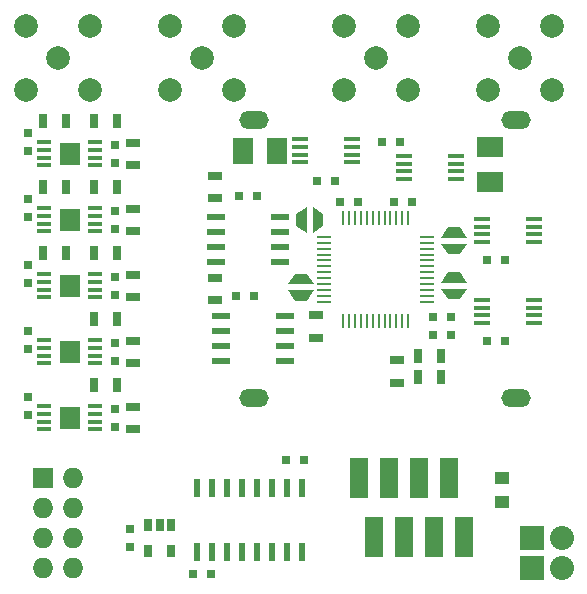
<source format=gts>
G04 #@! TF.FileFunction,Soldermask,Top*
%FSLAX46Y46*%
G04 Gerber Fmt 4.6, Leading zero omitted, Abs format (unit mm)*
G04 Created by KiCad (PCBNEW 4.0.0-2.201512091501+6195~38~ubuntu14.04.1-stable) date Wed 16 Dec 2015 17:24:57 GMT*
%MOMM*%
G01*
G04 APERTURE LIST*
%ADD10C,0.100000*%
%ADD11R,1.500000X3.500000*%
%ADD12R,1.250000X1.000000*%
%ADD13R,0.700000X1.300000*%
%ADD14R,1.300000X0.700000*%
%ADD15R,0.250000X1.300000*%
%ADD16R,1.300000X0.250000*%
%ADD17R,1.450000X0.450000*%
%ADD18R,1.550000X0.600000*%
%ADD19R,0.650000X1.060000*%
%ADD20R,0.600000X1.500000*%
%ADD21R,0.800000X0.750000*%
%ADD22R,0.750000X0.800000*%
%ADD23R,2.230000X1.800000*%
%ADD24R,1.800000X2.230000*%
%ADD25R,2.032000X2.032000*%
%ADD26O,2.032000X2.032000*%
%ADD27R,1.727200X1.727200*%
%ADD28O,1.727200X1.727200*%
%ADD29O,2.500000X1.500000*%
%ADD30C,1.998980*%
%ADD31R,1.170000X0.406400*%
%ADD32R,1.680000X1.880000*%
G04 APERTURE END LIST*
D10*
D11*
X130683000Y-140248000D03*
X131953000Y-145248000D03*
X133223000Y-140248000D03*
X134493000Y-145248000D03*
X135763000Y-140248000D03*
X137033000Y-145248000D03*
X138303000Y-140248000D03*
X139573000Y-145248000D03*
D12*
X142748000Y-140224000D03*
X142748000Y-142224000D03*
D13*
X135702000Y-129921000D03*
X137602000Y-129921000D03*
D14*
X127000000Y-126431000D03*
X127000000Y-128331000D03*
X133858000Y-130241000D03*
X133858000Y-132141000D03*
D13*
X135702000Y-131699000D03*
X137602000Y-131699000D03*
X105852000Y-121158000D03*
X103952000Y-121158000D03*
X105852000Y-115570000D03*
X103952000Y-115570000D03*
D14*
X111506000Y-124902000D03*
X111506000Y-123002000D03*
D13*
X110170000Y-121158000D03*
X108270000Y-121158000D03*
D14*
X111506000Y-130490000D03*
X111506000Y-128590000D03*
D13*
X110170000Y-126746000D03*
X108270000Y-126746000D03*
D14*
X111506000Y-119314000D03*
X111506000Y-117414000D03*
D13*
X110170000Y-115570000D03*
X108270000Y-115570000D03*
X105852000Y-109982000D03*
X103952000Y-109982000D03*
D14*
X111506000Y-113726000D03*
X111506000Y-111826000D03*
D13*
X110170000Y-109982000D03*
X108270000Y-109982000D03*
D14*
X111506000Y-136078000D03*
X111506000Y-134178000D03*
D13*
X110170000Y-132334000D03*
X108270000Y-132334000D03*
D15*
X129330000Y-126905000D03*
X129830000Y-126905000D03*
X130330000Y-126905000D03*
X130830000Y-126905000D03*
X131330000Y-126905000D03*
X131830000Y-126905000D03*
X132330000Y-126905000D03*
X132830000Y-126905000D03*
X133330000Y-126905000D03*
X133830000Y-126905000D03*
X134330000Y-126905000D03*
X134830000Y-126905000D03*
D16*
X136430000Y-125305000D03*
X136430000Y-124805000D03*
X136430000Y-124305000D03*
X136430000Y-123805000D03*
X136430000Y-123305000D03*
X136430000Y-122805000D03*
X136430000Y-122305000D03*
X136430000Y-121805000D03*
X136430000Y-121305000D03*
X136430000Y-120805000D03*
X136430000Y-120305000D03*
X136430000Y-119805000D03*
D15*
X134830000Y-118205000D03*
X134330000Y-118205000D03*
X133830000Y-118205000D03*
X133330000Y-118205000D03*
X132830000Y-118205000D03*
X132330000Y-118205000D03*
X131830000Y-118205000D03*
X131330000Y-118205000D03*
X130830000Y-118205000D03*
X130330000Y-118205000D03*
X129830000Y-118205000D03*
X129330000Y-118205000D03*
D16*
X127730000Y-119805000D03*
X127730000Y-120305000D03*
X127730000Y-120805000D03*
X127730000Y-121305000D03*
X127730000Y-121805000D03*
X127730000Y-122305000D03*
X127730000Y-122805000D03*
X127730000Y-123305000D03*
X127730000Y-123805000D03*
X127730000Y-124305000D03*
X127730000Y-124805000D03*
X127730000Y-125305000D03*
D17*
X141056000Y-125136000D03*
X141056000Y-125786000D03*
X141056000Y-126436000D03*
X141056000Y-127086000D03*
X145456000Y-127086000D03*
X145456000Y-126436000D03*
X145456000Y-125786000D03*
X145456000Y-125136000D03*
X141056000Y-118278000D03*
X141056000Y-118928000D03*
X141056000Y-119578000D03*
X141056000Y-120228000D03*
X145456000Y-120228000D03*
X145456000Y-119578000D03*
X145456000Y-118928000D03*
X145456000Y-118278000D03*
D18*
X124366000Y-130302000D03*
X124366000Y-129032000D03*
X124366000Y-127762000D03*
X124366000Y-126492000D03*
X118966000Y-126492000D03*
X118966000Y-127762000D03*
X118966000Y-129032000D03*
X118966000Y-130302000D03*
X123985000Y-121920000D03*
X123985000Y-120650000D03*
X123985000Y-119380000D03*
X123985000Y-118110000D03*
X118585000Y-118110000D03*
X118585000Y-119380000D03*
X118585000Y-120650000D03*
X118585000Y-121920000D03*
D19*
X114742000Y-144188000D03*
X113792000Y-144188000D03*
X112842000Y-144188000D03*
X112842000Y-146388000D03*
X114742000Y-146388000D03*
D20*
X116967000Y-146464000D03*
X118237000Y-146464000D03*
X119507000Y-146464000D03*
X120777000Y-146464000D03*
X122047000Y-146464000D03*
X123317000Y-146464000D03*
X124587000Y-146464000D03*
X125857000Y-146464000D03*
X125857000Y-141064000D03*
X124587000Y-141064000D03*
X123317000Y-141064000D03*
X122047000Y-141064000D03*
X120777000Y-141064000D03*
X119507000Y-141064000D03*
X118237000Y-141064000D03*
X116967000Y-141064000D03*
D21*
X129094800Y-116840000D03*
X130594800Y-116840000D03*
X135116000Y-116840000D03*
X133616000Y-116840000D03*
D22*
X138430000Y-126631000D03*
X138430000Y-128131000D03*
X136906000Y-126631000D03*
X136906000Y-128131000D03*
D21*
X142990000Y-128651000D03*
X141490000Y-128651000D03*
X142990000Y-121793000D03*
X141490000Y-121793000D03*
X120281000Y-124841000D03*
X121781000Y-124841000D03*
X120535000Y-116332000D03*
X122035000Y-116332000D03*
D23*
X141732000Y-112205000D03*
X141732000Y-115125000D03*
D24*
X120841000Y-112522000D03*
X123761000Y-112522000D03*
D21*
X134100000Y-111760000D03*
X132600000Y-111760000D03*
X128639000Y-115062000D03*
X127139000Y-115062000D03*
D22*
X102616000Y-123686000D03*
X102616000Y-122186000D03*
X102616000Y-129274000D03*
X102616000Y-127774000D03*
X102616000Y-118098000D03*
X102616000Y-116598000D03*
X109982000Y-124702000D03*
X109982000Y-123202000D03*
X109982000Y-130290000D03*
X109982000Y-128790000D03*
X109982000Y-119114000D03*
X109982000Y-117614000D03*
X102616000Y-112510000D03*
X102616000Y-111010000D03*
X102616000Y-134862000D03*
X102616000Y-133362000D03*
X109982000Y-113526000D03*
X109982000Y-112026000D03*
X109982000Y-135878000D03*
X109982000Y-134378000D03*
D21*
X124472000Y-138684000D03*
X125972000Y-138684000D03*
D10*
G36*
X126742000Y-117264000D02*
X127642000Y-117864000D01*
X127642000Y-118864000D01*
X126742000Y-119464000D01*
X126742000Y-117264000D01*
X126742000Y-117264000D01*
G37*
G36*
X126242000Y-119464000D02*
X125342000Y-118864000D01*
X125342000Y-117864000D01*
X126242000Y-117264000D01*
X126242000Y-119464000D01*
X126242000Y-119464000D01*
G37*
G36*
X124630000Y-123829000D02*
X125230000Y-122929000D01*
X126230000Y-122929000D01*
X126830000Y-123829000D01*
X124630000Y-123829000D01*
X124630000Y-123829000D01*
G37*
G36*
X126830000Y-124329000D02*
X126230000Y-125229000D01*
X125230000Y-125229000D01*
X124630000Y-124329000D01*
X126830000Y-124329000D01*
X126830000Y-124329000D01*
G37*
G36*
X139784000Y-120392000D02*
X139184000Y-121292000D01*
X138184000Y-121292000D01*
X137584000Y-120392000D01*
X139784000Y-120392000D01*
X139784000Y-120392000D01*
G37*
G36*
X137584000Y-119892000D02*
X138184000Y-118992000D01*
X139184000Y-118992000D01*
X139784000Y-119892000D01*
X137584000Y-119892000D01*
X137584000Y-119892000D01*
G37*
G36*
X137584000Y-123702000D02*
X138184000Y-122802000D01*
X139184000Y-122802000D01*
X139784000Y-123702000D01*
X137584000Y-123702000D01*
X137584000Y-123702000D01*
G37*
G36*
X139784000Y-124202000D02*
X139184000Y-125102000D01*
X138184000Y-125102000D01*
X137584000Y-124202000D01*
X139784000Y-124202000D01*
X139784000Y-124202000D01*
G37*
D17*
X125689000Y-111547000D03*
X125689000Y-112197000D03*
X125689000Y-112847000D03*
X125689000Y-113497000D03*
X130089000Y-113497000D03*
X130089000Y-112847000D03*
X130089000Y-112197000D03*
X130089000Y-111547000D03*
X138852000Y-114894000D03*
X138852000Y-114244000D03*
X138852000Y-113594000D03*
X138852000Y-112944000D03*
X134452000Y-112944000D03*
X134452000Y-113594000D03*
X134452000Y-114244000D03*
X134452000Y-114894000D03*
D25*
X145288000Y-147828000D03*
D26*
X147828000Y-147828000D03*
D25*
X145288000Y-145288000D03*
D26*
X147828000Y-145288000D03*
D27*
X103886000Y-140208000D03*
D28*
X106426000Y-140208000D03*
X103886000Y-142748000D03*
X106426000Y-142748000D03*
X103886000Y-145288000D03*
X106426000Y-145288000D03*
X103886000Y-147828000D03*
X106426000Y-147828000D03*
D29*
X121742000Y-133416000D03*
X143942000Y-109916000D03*
D30*
X144272000Y-104648000D03*
X146972020Y-101947980D03*
X141571980Y-101947980D03*
X141571980Y-107348020D03*
X146972020Y-107348020D03*
X117348000Y-104648000D03*
X120048020Y-101947980D03*
X114647980Y-101947980D03*
X114647980Y-107348020D03*
X120048020Y-107348020D03*
X105156000Y-104648000D03*
X107856020Y-101947980D03*
X102455980Y-101947980D03*
X102455980Y-107348020D03*
X107856020Y-107348020D03*
X132080000Y-104648000D03*
X134780020Y-101947980D03*
X129379980Y-101947980D03*
X129379980Y-107348020D03*
X134780020Y-107348020D03*
D29*
X143942000Y-133416000D03*
X121742000Y-109916000D03*
D22*
X111252000Y-146038000D03*
X111252000Y-144538000D03*
D21*
X116598000Y-148336000D03*
X118098000Y-148336000D03*
D31*
X108344500Y-136105900D03*
X108344500Y-135458200D03*
X108344500Y-134797800D03*
X108344500Y-134150100D03*
X103999500Y-134150100D03*
X103999500Y-134797800D03*
X103999500Y-135458200D03*
X103999500Y-136105900D03*
D32*
X106172000Y-135128000D03*
D31*
X108344500Y-113753900D03*
X108344500Y-113106200D03*
X108344500Y-112445800D03*
X108344500Y-111798100D03*
X103999500Y-111798100D03*
X103999500Y-112445800D03*
X103999500Y-113106200D03*
X103999500Y-113753900D03*
D32*
X106172000Y-112776000D03*
D31*
X108344500Y-119341900D03*
X108344500Y-118694200D03*
X108344500Y-118033800D03*
X108344500Y-117386100D03*
X103999500Y-117386100D03*
X103999500Y-118033800D03*
X103999500Y-118694200D03*
X103999500Y-119341900D03*
D32*
X106172000Y-118364000D03*
D31*
X108344500Y-130517900D03*
X108344500Y-129870200D03*
X108344500Y-129209800D03*
X108344500Y-128562100D03*
X103999500Y-128562100D03*
X103999500Y-129209800D03*
X103999500Y-129870200D03*
X103999500Y-130517900D03*
D32*
X106172000Y-129540000D03*
D31*
X108344500Y-124929900D03*
X108344500Y-124282200D03*
X108344500Y-123621800D03*
X108344500Y-122974100D03*
X103999500Y-122974100D03*
X103999500Y-123621800D03*
X103999500Y-124282200D03*
X103999500Y-124929900D03*
D32*
X106172000Y-123952000D03*
D14*
X118491000Y-123256000D03*
X118491000Y-125156000D03*
X118491000Y-114620000D03*
X118491000Y-116520000D03*
M02*

</source>
